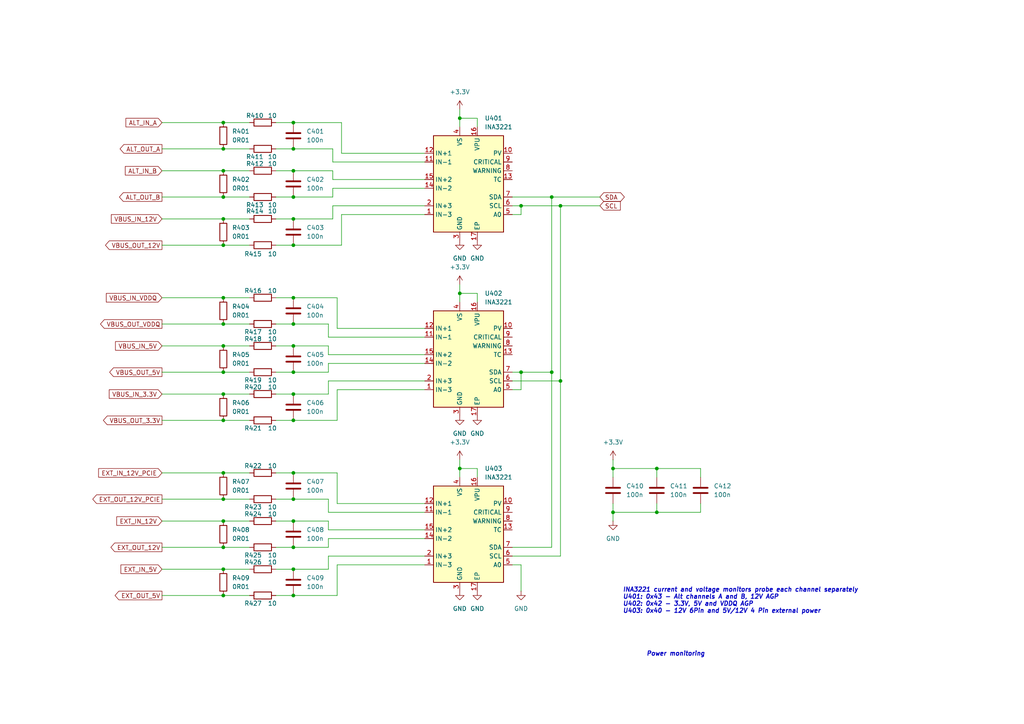
<source format=kicad_sch>
(kicad_sch (version 20250114) (generator "eeschema") (generator_version "9.0")
  (paper "A4")
  (lib_symbols
    (symbol "Device:C" (pin_numbers (hide yes)) (pin_names (offset 0.254))
      (property "Reference" "C" (at 0.635 2.54 0))
      (property "Value" "C" (at 0.635 -2.54 0))
      (symbol "C_0_1"
        (polyline (pts (xy -2.032 0.762) (xy 2.032 0.762)) (stroke (width 0.508)))
        (polyline (pts (xy -2.032 -0.762) (xy 2.032 -0.762)) (stroke (width 0.508)))
      )
      (symbol "C_1_1"
        (pin passive line (at 0 3.81 270) (length 2.794) (name "~") (number "1"))
        (pin passive line (at 0 -3.81 90) (length 2.794) (name "~") (number "2"))
      )
    )
    (symbol "Device:R" (pin_numbers (hide yes)) (pin_names (offset 0))
      (property "Reference" "R" (at 2.032 0 90))
      (property "Value" "R" (at 0 0 90))
      (symbol "R_0_1"
        (rectangle (start -1.016 -2.54) (end 1.016 2.54) (stroke (width 0.254)))
      )
      (symbol "R_1_1"
        (pin passive line (at 0 3.81 270) (length 1.27) (name "~") (number "1"))
        (pin passive line (at 0 -3.81 90) (length 1.27) (name "~") (number "2"))
      )
    )
    (symbol "Power_Management:INA3221"
      (property "Reference" "U" (at -10.16 17.78 0))
      (property "Value" "INA3221" (at 5.08 17.78 0))
      (symbol "INA3221_0_1"
        (rectangle (start 10.16 -12.7) (end -10.16 15.24) (stroke (width 0.254)) (fill (type background)))
      )
      (symbol "INA3221_1_1"
        (pin input line (at -12.7 10.16 0) (length 2.54) (name "IN+1") (number "12"))
        (pin input line (at -12.7 7.62 0) (length 2.54) (name "IN-1") (number "11"))
        (pin input line (at -12.7 2.54 0) (length 2.54) (name "IN+2") (number "15"))
        (pin input line (at -12.7 0 0) (length 2.54) (name "IN-2") (number "14"))
        (pin input line (at -12.7 -5.08 0) (length 2.54) (name "IN+3") (number "2"))
        (pin input line (at -12.7 -7.62 0) (length 2.54) (name "IN-3") (number "1"))
        (pin power_in line (at -2.54 17.78 270) (length 2.54) (name "VS") (number "4"))
        (pin power_in line (at -2.54 -15.24 90) (length 2.54) (name "GND") (number "3"))
        (pin power_in line (at 2.54 17.78 270) (length 2.54) (name "VPU") (number "16"))
        (pin passive line (at 2.54 -15.24 90) (length 2.54) (name "EP") (number "17"))
        (pin open_collector line (at 12.7 10.16 180) (length 2.54) (name "PV") (number "10"))
        (pin open_collector line (at 12.7 7.62 180) (length 2.54) (name "CRITICAL") (number "9"))
        (pin open_collector line (at 12.7 5.08 180) (length 2.54) (name "WARNING") (number "8"))
        (pin open_collector line (at 12.7 2.54 180) (length 2.54) (name "TC") (number "13"))
        (pin bidirectional line (at 12.7 -2.54 180) (length 2.54) (name "SDA") (number "7"))
        (pin input line (at 12.7 -5.08 180) (length 2.54) (name "SCL") (number "6"))
        (pin input line (at 12.7 -7.62 180) (length 2.54) (name "A0") (number "5"))
      )
    )
    (symbol "power:+3.3V" (power) (pin_numbers (hide yes)) (pin_names (offset 0) (hide yes))
      (property "Value" "+3.3V" (at 0 3.556 0))
      (symbol "+3.3V_0_1"
        (polyline (pts (xy -0.762 1.27) (xy 0 2.54)))
        (polyline (pts (xy 0 2.54) (xy 0.762 1.27)))
        (polyline (pts (xy 0 0) (xy 0 2.54)))
      )
      (symbol "+3.3V_1_1"
        (pin power_in line (at 0 0 90) (length 0) (name "~") (number "1"))
      )
    )
    (symbol "power:GND" (power) (pin_numbers (hide yes)) (pin_names (offset 0) (hide yes))
      (property "Value" "GND" (at 0 -3.81 0))
      (symbol "GND_0_1"
        (polyline (pts (xy 0 0) (xy 0 -1.27) (xy 1.27 -1.27) (xy 0 -2.54) (xy -1.27 -1.27) (xy 0 -1.27)))
      )
      (symbol "GND_1_1"
        (pin power_in line (at 0 0 270) (length 0) (name "~") (number "1"))
      )
    )
  )
  (text "INA3221 current and voltage monitors probe each channel separately\nU401: 0x43 - Alt channels A and B, 12V AGP\nU402: 0x42 - 3.3V, 5V and VDDQ AGP\nU403: 0x40 - 12V 6Pin and 5V/12V 4 Pin external power" (at 180.594 174.244 0) (effects (font (size 1.27 1.27) (thickness 0.254) (bold yes) (italic yes)) (justify left)))
  (text "Power monitoring" (at 187.452 189.738 0) (effects (font (size 1.27 1.27) (thickness 0.254) (bold yes) (italic yes)) (justify left)))
  (junction (at 85.09 57.15))
  (junction (at 162.56 110.49))
  (junction (at 85.09 43.18))
  (junction (at 64.77 71.12))
  (junction (at 151.13 59.69))
  (junction (at 85.09 71.12))
  (junction (at 85.09 158.75))
  (junction (at 64.77 121.92))
  (junction (at 85.09 107.95))
  (junction (at 64.77 144.78))
  (junction (at 85.09 100.33))
  (junction (at 64.77 107.95))
  (junction (at 162.56 59.69))
  (junction (at 64.77 114.3))
  (junction (at 85.09 137.16))
  (junction (at 177.8 135.89))
  (junction (at 64.77 49.53))
  (junction (at 160.02 107.95))
  (junction (at 133.35 34.29))
  (junction (at 85.09 49.53))
  (junction (at 133.35 135.89))
  (junction (at 85.09 165.1))
  (junction (at 85.09 121.92))
  (junction (at 85.09 93.98))
  (junction (at 85.09 144.78))
  (junction (at 85.09 172.72))
  (junction (at 190.5 148.59))
  (junction (at 64.77 43.18))
  (junction (at 64.77 151.13))
  (junction (at 133.35 85.09))
  (junction (at 151.13 107.95))
  (junction (at 64.77 165.1))
  (junction (at 85.09 86.36))
  (junction (at 64.77 172.72))
  (junction (at 64.77 137.16))
  (junction (at 64.77 158.75))
  (junction (at 64.77 86.36))
  (junction (at 85.09 63.5))
  (junction (at 190.5 135.89))
  (junction (at 64.77 93.98))
  (junction (at 160.02 57.15))
  (junction (at 64.77 35.56))
  (junction (at 85.09 151.13))
  (junction (at 64.77 63.5))
  (junction (at 64.77 100.33))
  (junction (at 177.8 148.59))
  (junction (at 85.09 35.56))
  (junction (at 64.77 57.15))
  (junction (at 85.09 114.3))
  (wire (pts (xy 162.56 59.69) (xy 162.56 110.49)))
  (wire (pts (xy 133.35 133.35) (xy 133.35 135.89)))
  (wire (pts (xy 99.06 62.23) (xy 99.06 71.12)))
  (wire (pts (xy 46.99 172.72) (xy 64.77 172.72)))
  (wire (pts (xy 46.99 144.78) (xy 64.77 144.78)))
  (wire (pts (xy 95.25 114.3) (xy 85.09 114.3)))
  (wire (pts (xy 95.25 110.49) (xy 95.25 114.3)))
  (wire (pts (xy 46.99 121.92) (xy 64.77 121.92)))
  (wire (pts (xy 80.01 165.1) (xy 85.09 165.1)))
  (wire (pts (xy 99.06 44.45) (xy 99.06 35.56)))
  (wire (pts (xy 133.35 87.63) (xy 133.35 85.09)))
  (wire (pts (xy 148.59 161.29) (xy 162.56 161.29)))
  (wire (pts (xy 96.52 57.15) (xy 85.09 57.15)))
  (wire (pts (xy 46.99 165.1) (xy 64.77 165.1)))
  (wire (pts (xy 80.01 35.56) (xy 85.09 35.56)))
  (wire (pts (xy 95.25 153.67) (xy 95.25 151.13)))
  (wire (pts (xy 99.06 71.12) (xy 85.09 71.12)))
  (wire (pts (xy 46.99 49.53) (xy 64.77 49.53)))
  (wire (pts (xy 64.77 43.18) (xy 72.39 43.18)))
  (wire (pts (xy 99.06 35.56) (xy 85.09 35.56)))
  (wire (pts (xy 64.77 158.75) (xy 72.39 158.75)))
  (wire (pts (xy 97.79 95.25) (xy 97.79 86.36)))
  (wire (pts (xy 123.19 59.69) (xy 96.52 59.69)))
  (wire (pts (xy 123.19 44.45) (xy 99.06 44.45)))
  (wire (pts (xy 85.09 121.92) (xy 97.79 121.92)))
  (wire (pts (xy 46.99 158.75) (xy 64.77 158.75)))
  (wire (pts (xy 123.19 156.21) (xy 95.25 156.21)))
  (wire (pts (xy 64.77 86.36) (xy 72.39 86.36)))
  (wire (pts (xy 148.59 158.75) (xy 160.02 158.75)))
  (wire (pts (xy 80.01 71.12) (xy 85.09 71.12)))
  (wire (pts (xy 123.19 95.25) (xy 97.79 95.25)))
  (wire (pts (xy 96.52 63.5) (xy 85.09 63.5)))
  (wire (pts (xy 46.99 100.33) (xy 64.77 100.33)))
  (wire (pts (xy 97.79 163.83) (xy 97.79 172.72)))
  (wire (pts (xy 160.02 158.75) (xy 160.02 107.95)))
  (wire (pts (xy 96.52 46.99) (xy 96.52 43.18)))
  (wire (pts (xy 80.01 63.5) (xy 85.09 63.5)))
  (wire (pts (xy 95.25 161.29) (xy 95.25 165.1)))
  (wire (pts (xy 160.02 57.15) (xy 160.02 107.95)))
  (wire (pts (xy 80.01 158.75) (xy 85.09 158.75)))
  (wire (pts (xy 151.13 113.03) (xy 151.13 107.95)))
  (wire (pts (xy 138.43 135.89) (xy 138.43 138.43)))
  (wire (pts (xy 133.35 34.29) (xy 138.43 34.29)))
  (wire (pts (xy 133.35 82.55) (xy 133.35 85.09)))
  (wire (pts (xy 177.8 133.35) (xy 177.8 135.89)))
  (wire (pts (xy 96.52 49.53) (xy 85.09 49.53)))
  (wire (pts (xy 80.01 172.72) (xy 85.09 172.72)))
  (wire (pts (xy 80.01 121.92) (xy 85.09 121.92)))
  (wire (pts (xy 123.19 62.23) (xy 99.06 62.23)))
  (wire (pts (xy 80.01 43.18) (xy 85.09 43.18)))
  (wire (pts (xy 95.25 100.33) (xy 85.09 100.33)))
  (wire (pts (xy 190.5 138.43) (xy 190.5 135.89)))
  (wire (pts (xy 80.01 100.33) (xy 85.09 100.33)))
  (wire (pts (xy 46.99 43.18) (xy 64.77 43.18)))
  (wire (pts (xy 64.77 114.3) (xy 72.39 114.3)))
  (wire (pts (xy 64.77 71.12) (xy 72.39 71.12)))
  (wire (pts (xy 64.77 100.33) (xy 72.39 100.33)))
  (wire (pts (xy 97.79 137.16) (xy 85.09 137.16)))
  (wire (pts (xy 123.19 46.99) (xy 96.52 46.99)))
  (wire (pts (xy 95.25 151.13) (xy 85.09 151.13)))
  (wire (pts (xy 160.02 107.95) (xy 151.13 107.95)))
  (wire (pts (xy 95.25 156.21) (xy 95.25 158.75)))
  (wire (pts (xy 64.77 107.95) (xy 72.39 107.95)))
  (wire (pts (xy 64.77 93.98) (xy 72.39 93.98)))
  (wire (pts (xy 46.99 107.95) (xy 64.77 107.95)))
  (wire (pts (xy 123.19 52.07) (xy 96.52 52.07)))
  (wire (pts (xy 190.5 148.59) (xy 203.2 148.59)))
  (wire (pts (xy 46.99 57.15) (xy 64.77 57.15)))
  (wire (pts (xy 151.13 107.95) (xy 148.59 107.95)))
  (wire (pts (xy 123.19 163.83) (xy 97.79 163.83)))
  (wire (pts (xy 46.99 86.36) (xy 64.77 86.36)))
  (wire (pts (xy 95.25 158.75) (xy 85.09 158.75)))
  (wire (pts (xy 177.8 135.89) (xy 190.5 135.89)))
  (wire (pts (xy 177.8 148.59) (xy 177.8 151.13)))
  (wire (pts (xy 123.19 54.61) (xy 96.52 54.61)))
  (wire (pts (xy 64.77 57.15) (xy 72.39 57.15)))
  (wire (pts (xy 80.01 151.13) (xy 85.09 151.13)))
  (wire (pts (xy 80.01 49.53) (xy 85.09 49.53)))
  (wire (pts (xy 64.77 63.5) (xy 72.39 63.5)))
  (wire (pts (xy 151.13 62.23) (xy 151.13 59.69)))
  (wire (pts (xy 162.56 110.49) (xy 148.59 110.49)))
  (wire (pts (xy 133.35 31.75) (xy 133.35 34.29)))
  (wire (pts (xy 95.25 144.78) (xy 85.09 144.78)))
  (wire (pts (xy 46.99 114.3) (xy 64.77 114.3)))
  (wire (pts (xy 64.77 172.72) (xy 72.39 172.72)))
  (wire (pts (xy 95.25 165.1) (xy 85.09 165.1)))
  (wire (pts (xy 123.19 113.03) (xy 97.79 113.03)))
  (wire (pts (xy 177.8 135.89) (xy 177.8 138.43)))
  (wire (pts (xy 96.52 52.07) (xy 96.52 49.53)))
  (wire (pts (xy 123.19 148.59) (xy 95.25 148.59)))
  (wire (pts (xy 46.99 137.16) (xy 64.77 137.16)))
  (wire (pts (xy 162.56 59.69) (xy 173.99 59.69)))
  (wire (pts (xy 123.19 153.67) (xy 95.25 153.67)))
  (wire (pts (xy 46.99 35.56) (xy 64.77 35.56)))
  (wire (pts (xy 138.43 34.29) (xy 138.43 36.83)))
  (wire (pts (xy 138.43 85.09) (xy 138.43 87.63)))
  (wire (pts (xy 123.19 146.05) (xy 97.79 146.05)))
  (wire (pts (xy 148.59 59.69) (xy 151.13 59.69)))
  (wire (pts (xy 203.2 146.05) (xy 203.2 148.59)))
  (wire (pts (xy 97.79 86.36) (xy 85.09 86.36)))
  (wire (pts (xy 133.35 36.83) (xy 133.35 34.29)))
  (wire (pts (xy 160.02 57.15) (xy 173.99 57.15)))
  (wire (pts (xy 133.35 135.89) (xy 138.43 135.89)))
  (wire (pts (xy 80.01 137.16) (xy 85.09 137.16)))
  (wire (pts (xy 95.25 105.41) (xy 95.25 107.95)))
  (wire (pts (xy 190.5 135.89) (xy 203.2 135.89)))
  (wire (pts (xy 133.35 138.43) (xy 133.35 135.89)))
  (wire (pts (xy 123.19 110.49) (xy 95.25 110.49)))
  (wire (pts (xy 95.25 97.79) (xy 95.25 93.98)))
  (wire (pts (xy 46.99 71.12) (xy 64.77 71.12)))
  (wire (pts (xy 64.77 165.1) (xy 72.39 165.1)))
  (wire (pts (xy 96.52 59.69) (xy 96.52 63.5)))
  (wire (pts (xy 123.19 102.87) (xy 95.25 102.87)))
  (wire (pts (xy 80.01 57.15) (xy 85.09 57.15)))
  (wire (pts (xy 133.35 85.09) (xy 138.43 85.09)))
  (wire (pts (xy 64.77 144.78) (xy 72.39 144.78)))
  (wire (pts (xy 97.79 172.72) (xy 85.09 172.72)))
  (wire (pts (xy 190.5 146.05) (xy 190.5 148.59)))
  (wire (pts (xy 148.59 163.83) (xy 151.13 163.83)))
  (wire (pts (xy 95.25 93.98) (xy 85.09 93.98)))
  (wire (pts (xy 46.99 151.13) (xy 64.77 151.13)))
  (wire (pts (xy 80.01 93.98) (xy 85.09 93.98)))
  (wire (pts (xy 95.25 102.87) (xy 95.25 100.33)))
  (wire (pts (xy 64.77 49.53) (xy 72.39 49.53)))
  (wire (pts (xy 80.01 86.36) (xy 85.09 86.36)))
  (wire (pts (xy 96.52 54.61) (xy 96.52 57.15)))
  (wire (pts (xy 96.52 43.18) (xy 85.09 43.18)))
  (wire (pts (xy 64.77 151.13) (xy 72.39 151.13)))
  (wire (pts (xy 80.01 107.95) (xy 85.09 107.95)))
  (wire (pts (xy 203.2 138.43) (xy 203.2 135.89)))
  (wire (pts (xy 151.13 59.69) (xy 162.56 59.69)))
  (wire (pts (xy 123.19 97.79) (xy 95.25 97.79)))
  (wire (pts (xy 95.25 107.95) (xy 85.09 107.95)))
  (wire (pts (xy 123.19 105.41) (xy 95.25 105.41)))
  (wire (pts (xy 177.8 148.59) (xy 190.5 148.59)))
  (wire (pts (xy 148.59 57.15) (xy 160.02 57.15)))
  (wire (pts (xy 64.77 35.56) (xy 72.39 35.56)))
  (wire (pts (xy 64.77 137.16) (xy 72.39 137.16)))
  (wire (pts (xy 151.13 163.83) (xy 151.13 171.45)))
  (wire (pts (xy 46.99 93.98) (xy 64.77 93.98)))
  (wire (pts (xy 97.79 146.05) (xy 97.79 137.16)))
  (wire (pts (xy 148.59 62.23) (xy 151.13 62.23)))
  (wire (pts (xy 162.56 161.29) (xy 162.56 110.49)))
  (wire (pts (xy 64.77 121.92) (xy 72.39 121.92)))
  (wire (pts (xy 46.99 63.5) (xy 64.77 63.5)))
  (wire (pts (xy 80.01 114.3) (xy 85.09 114.3)))
  (wire (pts (xy 148.59 113.03) (xy 151.13 113.03)))
  (wire (pts (xy 97.79 113.03) (xy 97.79 121.92)))
  (wire (pts (xy 95.25 148.59) (xy 95.25 144.78)))
  (wire (pts (xy 123.19 161.29) (xy 95.25 161.29)))
  (wire (pts (xy 177.8 146.05) (xy 177.8 148.59)))
  (wire (pts (xy 80.01 144.78) (xy 85.09 144.78)))
  (global_label "EXT_IN_12V" (shape input) (at 46.99 151.13 180) (property "Intersheetrefs" "${INTERSHEET_REFS}" (effects (hide yes))))
  (global_label "SCL" (shape input) (at 173.99 59.69 0) (property "Intersheetrefs" "${INTERSHEET_REFS}" (effects (hide yes))))
  (global_label "VBUS_IN_VDDQ" (shape input) (at 46.99 86.36 180) (property "Intersheetrefs" "${INTERSHEET_REFS}" (effects (hide yes))))
  (global_label "ALT_IN_A" (shape input) (at 46.99 35.56 180) (property "Intersheetrefs" "${INTERSHEET_REFS}" (effects (hide yes))))
  (global_label "EXT_OUT_5V" (shape output) (at 46.99 172.72 180) (property "Intersheetrefs" "${INTERSHEET_REFS}" (effects (hide yes))))
  (global_label "EXT_OUT_12V_PCIE" (shape output) (at 46.99 144.78 180) (property "Intersheetrefs" "${INTERSHEET_REFS}" (effects (hide yes))))
  (global_label "VBUS_OUT_3.3V" (shape output) (at 46.99 121.92 180) (property "Intersheetrefs" "${INTERSHEET_REFS}" (effects (hide yes))))
  (global_label "VBUS_IN_12V" (shape input) (at 46.99 63.5 180) (property "Intersheetrefs" "${INTERSHEET_REFS}" (effects (hide yes))))
  (global_label "VBUS_IN_3.3V" (shape input) (at 46.99 114.3 180) (property "Intersheetrefs" "${INTERSHEET_REFS}" (effects (hide yes))))
  (global_label "EXT_OUT_12V" (shape output) (at 46.99 158.75 180) (property "Intersheetrefs" "${INTERSHEET_REFS}" (effects (hide yes))))
  (global_label "SDA" (shape bidirectional) (at 173.99 57.15 0) (property "Intersheetrefs" "${INTERSHEET_REFS}" (effects (hide yes))))
  (global_label "VBUS_OUT_VDDQ" (shape output) (at 46.99 93.98 180) (property "Intersheetrefs" "${INTERSHEET_REFS}" (effects (hide yes))))
  (global_label "EXT_IN_12V_PCIE" (shape input) (at 46.99 137.16 180) (property "Intersheetrefs" "${INTERSHEET_REFS}" (effects (hide yes))))
  (global_label "ALT_OUT_B" (shape output) (at 46.99 57.15 180) (property "Intersheetrefs" "${INTERSHEET_REFS}" (effects (hide yes))))
  (global_label "VBUS_IN_5V" (shape input) (at 46.99 100.33 180) (property "Intersheetrefs" "${INTERSHEET_REFS}" (effects (hide yes))))
  (global_label "ALT_OUT_A" (shape output) (at 46.99 43.18 180) (property "Intersheetrefs" "${INTERSHEET_REFS}" (effects (hide yes))))
  (global_label "EXT_IN_5V" (shape input) (at 46.99 165.1 180) (property "Intersheetrefs" "${INTERSHEET_REFS}" (effects (hide yes))))
  (global_label "VBUS_OUT_12V" (shape output) (at 46.99 71.12 180) (property "Intersheetrefs" "${INTERSHEET_REFS}" (effects (hide yes))))
  (global_label "ALT_IN_B" (shape input) (at 46.99 49.53 180) (property "Intersheetrefs" "${INTERSHEET_REFS}" (effects (hide yes))))
  (global_label "VBUS_OUT_5V" (shape output) (at 46.99 107.95 180) (property "Intersheetrefs" "${INTERSHEET_REFS}" (effects (hide yes))))
  (symbol (lib_id "Device:R") (at 76.2 86.36 90) (unit 1)
    (property "Reference" "R416" (at 73.406 84.328 90))
    (property "Value" "10" (at 78.994 84.328 90))
    (property "Footprint" "Resistor_SMD:R_0603_1608Metric" (effects (hide yes)))
    (property "Description" "Resistor" (effects (hide yes)))
  )
  (symbol (lib_id "power:GND") (at 177.8 151.13 0) (unit 1)
    (property "Reference" "#PWR0412" (effects (hide yes)))
    (property "Value" "GND" (at 177.8 156.21 0))
    (property "Description" "Power symbol creates a global label with name \"GND\" , ground" (effects (hide yes)))
  )
  (symbol (lib_id "Device:R") (at 64.77 140.97 0) (unit 1)
    (property "Reference" "R407" (at 67.31 139.6999 0) (effects (justify left)))
    (property "Value" "0R01" (at 67.31 142.2399 0) (effects (justify left)))
    (property "Footprint" "Resistor_SMD:R_2816_7142Metric" (effects (hide yes)))
    (property "Description" "Resistor" (effects (hide yes)))
  )
  (symbol (lib_id "Device:C") (at 190.5 142.24 0) (unit 1)
    (property "Reference" "C411" (at 194.31 140.9699 0) (effects (justify left)))
    (property "Value" "100n" (at 194.31 143.5099 0) (effects (justify left)))
    (property "Footprint" "Capacitor_SMD:C_0603_1608Metric" (effects (hide yes)))
    (property "Description" "Unpolarized capacitor" (effects (hide yes)))
  )
  (symbol (lib_id "Device:R") (at 76.2 71.12 90) (unit 1)
    (property "Reference" "R415" (at 73.406 73.66 90))
    (property "Value" "10" (at 78.994 73.66 90))
    (property "Footprint" "Resistor_SMD:R_0603_1608Metric" (effects (hide yes)))
    (property "Description" "Resistor" (effects (hide yes)))
  )
  (symbol (lib_id "Device:R") (at 76.2 93.98 90) (unit 1)
    (property "Reference" "R417" (at 73.406 96.266 90))
    (property "Value" "10" (at 78.994 96.266 90))
    (property "Footprint" "Resistor_SMD:R_0603_1608Metric" (effects (hide yes)))
    (property "Description" "Resistor" (effects (hide yes)))
  )
  (symbol (lib_id "power:GND") (at 133.35 171.45 0) (unit 1)
    (property "Reference" "#PWR0406" (effects (hide yes)))
    (property "Value" "GND" (at 133.35 176.53 0))
    (property "Description" "Power symbol creates a global label with name \"GND\" , ground" (effects (hide yes)))
  )
  (symbol (lib_id "Device:R") (at 76.2 107.95 90) (unit 1)
    (property "Reference" "R419" (at 73.406 110.236 90))
    (property "Value" "10" (at 78.994 110.236 90))
    (property "Footprint" "Resistor_SMD:R_0603_1608Metric" (effects (hide yes)))
    (property "Description" "Resistor" (effects (hide yes)))
  )
  (symbol (lib_id "Device:R") (at 64.77 53.34 0) (unit 1)
    (property "Reference" "R402" (at 67.31 52.0699 0) (effects (justify left)))
    (property "Value" "0R01" (at 67.31 54.6099 0) (effects (justify left)))
    (property "Footprint" "Resistor_SMD:R_2816_7142Metric" (effects (hide yes)))
    (property "Description" "Resistor" (effects (hide yes)))
  )
  (symbol (lib_id "Device:R") (at 64.77 90.17 0) (unit 1)
    (property "Reference" "R404" (at 67.31 88.8999 0) (effects (justify left)))
    (property "Value" "0R01" (at 67.31 91.4399 0) (effects (justify left)))
    (property "Footprint" "Resistor_SMD:R_2816_7142Metric" (effects (hide yes)))
    (property "Description" "Resistor" (effects (hide yes)))
  )
  (symbol (lib_id "Device:R") (at 76.2 35.56 90) (unit 1)
    (property "Reference" "R410" (at 73.914 33.528 90))
    (property "Value" "10" (at 78.994 33.528 90))
    (property "Footprint" "Resistor_SMD:R_0603_1608Metric" (effects (hide yes)))
    (property "Description" "Resistor" (effects (hide yes)))
  )
  (symbol (lib_id "Device:C") (at 85.09 168.91 0) (unit 1)
    (property "Reference" "C409" (at 88.9 167.6399 0) (effects (justify left)))
    (property "Value" "100n" (at 88.9 170.1799 0) (effects (justify left)))
    (property "Footprint" "Capacitor_SMD:C_0603_1608Metric" (effects (hide yes)))
    (property "Description" "Unpolarized capacitor" (effects (hide yes)))
  )
  (symbol (lib_id "Device:R") (at 76.2 57.15 90) (unit 1)
    (property "Reference" "R413" (at 73.914 59.436 90))
    (property "Value" "10" (at 78.994 59.436 90))
    (property "Footprint" "Resistor_SMD:R_0603_1608Metric" (effects (hide yes)))
    (property "Description" "Resistor" (effects (hide yes)))
  )
  (symbol (lib_id "power:+3.3V") (at 177.8 133.35 0) (unit 1)
    (property "Reference" "#PWR0411" (effects (hide yes)))
    (property "Value" "+3.3V" (at 177.8 128.27 0))
    (property "Description" "Power symbol creates a global label with name \"+3.3V\"" (effects (hide yes)))
  )
  (symbol (lib_id "power:GND") (at 138.43 69.85 0) (unit 1)
    (property "Reference" "#PWR0407" (effects (hide yes)))
    (property "Value" "GND" (at 138.43 74.93 0))
    (property "Description" "Power symbol creates a global label with name \"GND\" , ground" (effects (hide yes)))
  )
  (symbol (lib_id "power:+3.3V") (at 133.35 133.35 0) (unit 1)
    (property "Reference" "#PWR0405" (effects (hide yes)))
    (property "Value" "+3.3V" (at 133.35 128.27 0))
    (property "Description" "Power symbol creates a global label with name \"+3.3V\"" (effects (hide yes)))
  )
  (symbol (lib_id "Device:C") (at 85.09 67.31 0) (unit 1)
    (property "Reference" "C403" (at 88.9 66.0399 0) (effects (justify left)))
    (property "Value" "100n" (at 88.9 68.5799 0) (effects (justify left)))
    (property "Footprint" "Capacitor_SMD:C_0603_1608Metric" (effects (hide yes)))
    (property "Description" "Unpolarized capacitor" (effects (hide yes)))
  )
  (symbol (lib_id "Device:R") (at 76.2 100.33 90) (unit 1)
    (property "Reference" "R418" (at 73.406 98.298 90))
    (property "Value" "10" (at 78.994 98.298 90))
    (property "Footprint" "Resistor_SMD:R_0603_1608Metric" (effects (hide yes)))
    (property "Description" "Resistor" (effects (hide yes)))
  )
  (symbol (lib_id "Device:R") (at 64.77 168.91 0) (unit 1)
    (property "Reference" "R409" (at 67.31 167.6399 0) (effects (justify left)))
    (property "Value" "0R01" (at 67.31 170.1799 0) (effects (justify left)))
    (property "Footprint" "Resistor_SMD:R_2816_7142Metric" (effects (hide yes)))
    (property "Description" "Resistor" (effects (hide yes)))
  )
  (symbol (lib_id "Device:R") (at 76.2 144.78 90) (unit 1)
    (property "Reference" "R423" (at 73.406 147.066 90))
    (property "Value" "10" (at 78.994 147.066 90))
    (property "Footprint" "Resistor_SMD:R_0603_1608Metric" (effects (hide yes)))
    (property "Description" "Resistor" (effects (hide yes)))
  )
  (symbol (lib_id "Device:R") (at 76.2 137.16 90) (unit 1)
    (property "Reference" "R422" (at 73.406 135.128 90))
    (property "Value" "10" (at 78.994 135.128 90))
    (property "Footprint" "Resistor_SMD:R_0603_1608Metric" (effects (hide yes)))
    (property "Description" "Resistor" (effects (hide yes)))
  )
  (symbol (lib_id "Device:C") (at 85.09 140.97 0) (unit 1)
    (property "Reference" "C407" (at 88.9 139.6999 0) (effects (justify left)))
    (property "Value" "100n" (at 88.9 142.2399 0) (effects (justify left)))
    (property "Footprint" "Capacitor_SMD:C_0603_1608Metric" (effects (hide yes)))
    (property "Description" "Unpolarized capacitor" (effects (hide yes)))
  )
  (symbol (lib_id "power:GND") (at 133.35 120.65 0) (unit 1)
    (property "Reference" "#PWR0404" (effects (hide yes)))
    (property "Value" "GND" (at 133.35 125.73 0))
    (property "Description" "Power symbol creates a global label with name \"GND\" , ground" (effects (hide yes)))
  )
  (symbol (lib_id "Power_Management:INA3221") (at 135.89 54.61 0) (unit 1)
    (property "Reference" "U401" (at 140.5733 34.29 0) (effects (justify left)))
    (property "Value" "INA3221" (at 140.5733 36.83 0) (effects (justify left)))
    (property "Footprint" "Package_DFN_QFN:Texas_RGV0016A_VQFN-16-1EP_4x4mm_P0.65mm_EP2.1x2.1mm" (effects (hide yes)))
    (property "Datasheet" "http://www.ti.com/lit/ds/symlink/ina3221.pdf" (effects (hide yes)))
    (property "Description" "Triple-Channel High-Side Shunt and Bus Voltage Monitor with I2C and SMBUS Compatible Interface, QFN-16" (effects (hide yes)))
  )
  (symbol (lib_id "Device:C") (at 85.09 53.34 0) (unit 1)
    (property "Reference" "C402" (at 88.9 52.0699 0) (effects (justify left)))
    (property "Value" "100n" (at 88.9 54.6099 0) (effects (justify left)))
    (property "Footprint" "Capacitor_SMD:C_0603_1608Metric" (effects (hide yes)))
    (property "Description" "Unpolarized capacitor" (effects (hide yes)))
  )
  (symbol (lib_id "power:+3.3V") (at 133.35 82.55 0) (unit 1)
    (property "Reference" "#PWR0403" (effects (hide yes)))
    (property "Value" "+3.3V" (at 133.35 77.47 0))
    (property "Description" "Power symbol creates a global label with name \"+3.3V\"" (effects (hide yes)))
  )
  (symbol (lib_id "Device:R") (at 76.2 121.92 90) (unit 1)
    (property "Reference" "R421" (at 73.406 124.206 90))
    (property "Value" "10" (at 78.994 124.206 90))
    (property "Footprint" "Resistor_SMD:R_0603_1608Metric" (effects (hide yes)))
    (property "Description" "Resistor" (effects (hide yes)))
  )
  (symbol (lib_id "power:GND") (at 138.43 171.45 0) (unit 1)
    (property "Reference" "#PWR0409" (effects (hide yes)))
    (property "Value" "GND" (at 138.43 176.53 0))
    (property "Description" "Power symbol creates a global label with name \"GND\" , ground" (effects (hide yes)))
  )
  (symbol (lib_id "power:+3.3V") (at 133.35 31.75 0) (unit 1)
    (property "Reference" "#PWR0401" (effects (hide yes)))
    (property "Value" "+3.3V" (at 133.35 26.67 0))
    (property "Description" "Power symbol creates a global label with name \"+3.3V\"" (effects (hide yes)))
  )
  (symbol (lib_id "Device:C") (at 85.09 39.37 0) (unit 1)
    (property "Reference" "C401" (at 88.9 38.0999 0) (effects (justify left)))
    (property "Value" "100n" (at 88.9 40.6399 0) (effects (justify left)))
    (property "Footprint" "Capacitor_SMD:C_0603_1608Metric" (effects (hide yes)))
    (property "Description" "Unpolarized capacitor" (effects (hide yes)))
  )
  (symbol (lib_id "power:GND") (at 151.13 171.45 0) (unit 1)
    (property "Reference" "#PWR0410" (effects (hide yes)))
    (property "Value" "GND" (at 151.13 176.53 0))
    (property "Description" "Power symbol creates a global label with name \"GND\" , ground" (effects (hide yes)))
  )
  (symbol (lib_id "Device:C") (at 85.09 154.94 0) (unit 1)
    (property "Reference" "C408" (at 88.9 153.6699 0) (effects (justify left)))
    (property "Value" "100n" (at 88.9 156.2099 0) (effects (justify left)))
    (property "Footprint" "Capacitor_SMD:C_0603_1608Metric" (effects (hide yes)))
    (property "Description" "Unpolarized capacitor" (effects (hide yes)))
  )
  (symbol (lib_id "power:GND") (at 138.43 120.65 0) (unit 1)
    (property "Reference" "#PWR0408" (effects (hide yes)))
    (property "Value" "GND" (at 138.43 125.73 0))
    (property "Description" "Power symbol creates a global label with name \"GND\" , ground" (effects (hide yes)))
  )
  (symbol (lib_id "Device:R") (at 76.2 165.1 90) (unit 1)
    (property "Reference" "R426" (at 73.406 163.068 90))
    (property "Value" "10" (at 78.994 163.068 90))
    (property "Footprint" "Resistor_SMD:R_0603_1608Metric" (effects (hide yes)))
    (property "Description" "Resistor" (effects (hide yes)))
  )
  (symbol (lib_id "Device:R") (at 76.2 158.75 90) (unit 1)
    (property "Reference" "R425" (at 73.406 161.036 90))
    (property "Value" "10" (at 78.994 161.036 90))
    (property "Footprint" "Resistor_SMD:R_0603_1608Metric" (effects (hide yes)))
    (property "Description" "Resistor" (effects (hide yes)))
  )
  (symbol (lib_id "power:GND") (at 133.35 69.85 0) (unit 1)
    (property "Reference" "#PWR0402" (effects (hide yes)))
    (property "Value" "GND" (at 133.35 74.93 0))
    (property "Description" "Power symbol creates a global label with name \"GND\" , ground" (effects (hide yes)))
  )
  (symbol (lib_id "Device:R") (at 64.77 67.31 0) (unit 1)
    (property "Reference" "R403" (at 67.31 66.0399 0) (effects (justify left)))
    (property "Value" "0R01" (at 67.31 68.5799 0) (effects (justify left)))
    (property "Footprint" "Resistor_SMD:R_2816_7142Metric" (effects (hide yes)))
    (property "Description" "Resistor" (effects (hide yes)))
  )
  (symbol (lib_id "Device:C") (at 177.8 142.24 0) (unit 1)
    (property "Reference" "C410" (at 181.61 140.9699 0) (effects (justify left)))
    (property "Value" "100n" (at 181.61 143.5099 0) (effects (justify left)))
    (property "Footprint" "Capacitor_SMD:C_0603_1608Metric" (effects (hide yes)))
    (property "Description" "Unpolarized capacitor" (effects (hide yes)))
  )
  (symbol (lib_id "Device:R") (at 76.2 151.13 90) (unit 1)
    (property "Reference" "R424" (at 73.406 149.098 90))
    (property "Value" "10" (at 78.994 149.098 90))
    (property "Footprint" "Resistor_SMD:R_0603_1608Metric" (effects (hide yes)))
    (property "Description" "Resistor" (effects (hide yes)))
  )
  (symbol (lib_id "Device:C") (at 85.09 90.17 0) (unit 1)
    (property "Reference" "C404" (at 88.9 88.8999 0) (effects (justify left)))
    (property "Value" "100n" (at 88.9 91.4399 0) (effects (justify left)))
    (property "Footprint" "Capacitor_SMD:C_0603_1608Metric" (effects (hide yes)))
    (property "Description" "Unpolarized capacitor" (effects (hide yes)))
  )
  (symbol (lib_id "Power_Management:INA3221") (at 135.89 105.41 0) (unit 1)
    (property "Reference" "U402" (at 140.5733 85.09 0) (effects (justify left)))
    (property "Value" "INA3221" (at 140.5733 87.63 0) (effects (justify left)))
    (property "Footprint" "Package_DFN_QFN:Texas_RGV0016A_VQFN-16-1EP_4x4mm_P0.65mm_EP2.1x2.1mm" (effects (hide yes)))
    (property "Datasheet" "http://www.ti.com/lit/ds/symlink/ina3221.pdf" (effects (hide yes)))
    (property "Description" "Triple-Channel High-Side Shunt and Bus Voltage Monitor with I2C and SMBUS Compatible Interface, QFN-16" (effects (hide yes)))
  )
  (symbol (lib_id "Device:R") (at 64.77 39.37 0) (unit 1)
    (property "Reference" "R401" (at 67.31 38.0999 0) (effects (justify left)))
    (property "Value" "0R01" (at 67.31 40.6399 0) (effects (justify left)))
    (property "Footprint" "Resistor_SMD:R_2816_7142Metric" (effects (hide yes)))
    (property "Description" "Resistor" (effects (hide yes)))
  )
  (symbol (lib_id "Device:C") (at 203.2 142.24 0) (unit 1)
    (property "Reference" "C412" (at 207.01 140.9699 0) (effects (justify left)))
    (property "Value" "100n" (at 207.01 143.5099 0) (effects (justify left)))
    (property "Footprint" "Capacitor_SMD:C_0603_1608Metric" (effects (hide yes)))
    (property "Description" "Unpolarized capacitor" (effects (hide yes)))
  )
  (symbol (lib_id "Power_Management:INA3221") (at 135.89 156.21 0) (unit 1)
    (property "Reference" "U403" (at 140.5733 135.89 0) (effects (justify left)))
    (property "Value" "INA3221" (at 140.5733 138.43 0) (effects (justify left)))
    (property "Footprint" "Package_DFN_QFN:Texas_RGV0016A_VQFN-16-1EP_4x4mm_P0.65mm_EP2.1x2.1mm" (effects (hide yes)))
    (property "Datasheet" "http://www.ti.com/lit/ds/symlink/ina3221.pdf" (effects (hide yes)))
    (property "Description" "Triple-Channel High-Side Shunt and Bus Voltage Monitor with I2C and SMBUS Compatible Interface, QFN-16" (effects (hide yes)))
  )
  (symbol (lib_id "Device:R") (at 76.2 114.3 90) (unit 1)
    (property "Reference" "R420" (at 73.406 112.268 90))
    (property "Value" "10" (at 78.994 112.268 90))
    (property "Footprint" "Resistor_SMD:R_0603_1608Metric" (effects (hide yes)))
    (property "Description" "Resistor" (effects (hide yes)))
  )
  (symbol (lib_id "Device:C") (at 85.09 104.14 0) (unit 1)
    (property "Reference" "C405" (at 88.9 102.8699 0) (effects (justify left)))
    (property "Value" "100n" (at 88.9 105.4099 0) (effects (justify left)))
    (property "Footprint" "Capacitor_SMD:C_0603_1608Metric" (effects (hide yes)))
    (property "Description" "Unpolarized capacitor" (effects (hide yes)))
  )
  (symbol (lib_id "Device:R") (at 76.2 172.72 90) (unit 1)
    (property "Reference" "R427" (at 73.406 175.006 90))
    (property "Value" "10" (at 78.994 175.006 90))
    (property "Footprint" "Resistor_SMD:R_0603_1608Metric" (effects (hide yes)))
    (property "Description" "Resistor" (effects (hide yes)))
  )
  (symbol (lib_id "Device:R") (at 64.77 118.11 0) (unit 1)
    (property "Reference" "R406" (at 67.31 116.8399 0) (effects (justify left)))
    (property "Value" "0R01" (at 67.31 119.3799 0) (effects (justify left)))
    (property "Footprint" "Resistor_SMD:R_2816_7142Metric" (effects (hide yes)))
    (property "Description" "Resistor" (effects (hide yes)))
  )
  (symbol (lib_id "Device:R") (at 64.77 154.94 0) (unit 1)
    (property "Reference" "R408" (at 67.31 153.6699 0) (effects (justify left)))
    (property "Value" "0R01" (at 67.31 156.2099 0) (effects (justify left)))
    (property "Footprint" "Resistor_SMD:R_2816_7142Metric" (effects (hide yes)))
    (property "Description" "Resistor" (effects (hide yes)))
  )
  (symbol (lib_id "Device:R") (at 76.2 63.5 90) (unit 1)
    (property "Reference" "R414" (at 73.914 61.214 90))
    (property "Value" "10" (at 78.994 61.214 90))
    (property "Footprint" "Resistor_SMD:R_0603_1608Metric" (effects (hide yes)))
    (property "Description" "Resistor" (effects (hide yes)))
  )
  (symbol (lib_id "Device:C") (at 85.09 118.11 0) (unit 1)
    (property "Reference" "C406" (at 88.9 116.8399 0) (effects (justify left)))
    (property "Value" "100n" (at 88.9 119.3799 0) (effects (justify left)))
    (property "Footprint" "Capacitor_SMD:C_0603_1608Metric" (effects (hide yes)))
    (property "Description" "Unpolarized capacitor" (effects (hide yes)))
  )
  (symbol (lib_id "Device:R") (at 76.2 43.18 90) (unit 1)
    (property "Reference" "R411" (at 73.914 45.466 90))
    (property "Value" "10" (at 78.994 45.466 90))
    (property "Footprint" "Resistor_SMD:R_0603_1608Metric" (effects (hide yes)))
    (property "Description" "Resistor" (effects (hide yes)))
  )
  (symbol (lib_id "Device:R") (at 64.77 104.14 0) (unit 1)
    (property "Reference" "R405" (at 67.31 102.8699 0) (effects (justify left)))
    (property "Value" "0R01" (at 67.31 105.4099 0) (effects (justify left)))
    (property "Footprint" "Resistor_SMD:R_2816_7142Metric" (effects (hide yes)))
    (property "Description" "Resistor" (effects (hide yes)))
  )
  (symbol (lib_id "Device:R") (at 76.2 49.53 90) (unit 1)
    (property "Reference" "R412" (at 73.914 47.498 90))
    (property "Value" "10" (at 78.994 47.498 90))
    (property "Footprint" "Resistor_SMD:R_0603_1608Metric" (effects (hide yes)))
    (property "Description" "Resistor" (effects (hide yes)))
  )
)
</source>
